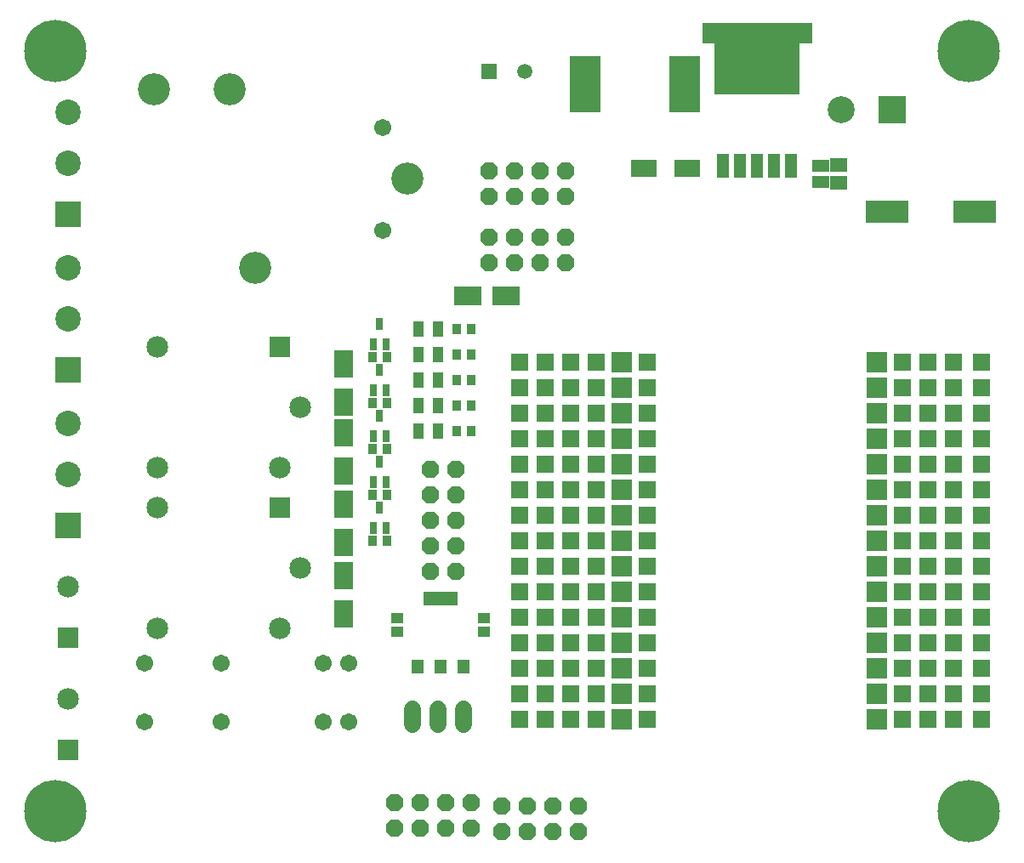
<source format=gbr>
G04 EAGLE Gerber RS-274X export*
G75*
%MOMM*%
%FSLAX34Y34*%
%LPD*%
%INSoldermask Top*%
%IPPOS*%
%AMOC8*
5,1,8,0,0,1.08239X$1,22.5*%
G01*
%ADD10R,2.133600X2.133600*%
%ADD11C,3.203200*%
%ADD12C,1.711200*%
%ADD13R,2.153200X2.153200*%
%ADD14C,2.153200*%
%ADD15R,3.103200X5.603200*%
%ADD16R,1.511200X1.511200*%
%ADD17C,1.511200*%
%ADD18R,2.553200X1.753200*%
%ADD19R,1.673200X1.223200*%
%ADD20R,1.653200X1.353200*%
%ADD21R,4.303200X2.203200*%
%ADD22C,6.203200*%
%ADD23R,1.223200X2.363200*%
%ADD24R,8.533200X7.193200*%
%ADD25R,1.438200X2.113200*%
%ADD26R,0.703200X1.203200*%
%ADD27R,1.103200X1.603200*%
%ADD28R,0.853200X1.103200*%
%ADD29R,1.903200X2.753200*%
%ADD30R,2.753200X1.903200*%
%ADD31P,1.869504X8X292.500000*%
%ADD32R,1.727200X1.727200*%
%ADD33C,1.727200*%
%ADD34P,1.869504X8X22.500000*%
%ADD35R,2.678200X2.678200*%
%ADD36C,2.678200*%
%ADD37R,1.153200X1.453200*%
%ADD38R,3.403200X1.453200*%
%ADD39R,1.193200X0.983200*%
%ADD40R,2.528200X2.528200*%
%ADD41C,2.528200*%


D10*
X858520Y292100D03*
X858520Y317500D03*
X858520Y342900D03*
X858520Y368300D03*
X858520Y393700D03*
X858520Y419100D03*
X858520Y444500D03*
X858520Y469900D03*
X858520Y495300D03*
X858520Y520700D03*
X858520Y546100D03*
X858520Y571500D03*
X858520Y596900D03*
X858520Y622300D03*
X858520Y647700D03*
X604520Y292100D03*
X604520Y317500D03*
X604520Y342900D03*
X604520Y368300D03*
X604520Y393700D03*
X604520Y419100D03*
X604520Y444500D03*
X604520Y469900D03*
X604520Y495300D03*
X604520Y520700D03*
X604520Y546100D03*
X604520Y571500D03*
X604520Y596900D03*
X604520Y622300D03*
X604520Y647700D03*
D11*
X391160Y830480D03*
X239160Y741480D03*
X214160Y919480D03*
X138160Y919480D03*
D12*
X366160Y779480D03*
X366160Y881480D03*
D13*
X264160Y662940D03*
D14*
X142160Y662940D03*
X142160Y542940D03*
X264160Y542940D03*
X284160Y602940D03*
D12*
X129540Y347980D03*
X205740Y347980D03*
X307340Y347980D03*
X332740Y347980D03*
D15*
X567720Y924560D03*
X666720Y924560D03*
D16*
X472440Y937260D03*
D17*
X507440Y937260D03*
D18*
X626200Y840740D03*
X669200Y840740D03*
D19*
X802640Y827560D03*
X802640Y843760D03*
D20*
X820420Y826660D03*
X820420Y844660D03*
D21*
X868360Y797560D03*
X955360Y797560D03*
D22*
X40640Y957580D03*
X949960Y957580D03*
X949960Y200660D03*
X40640Y200660D03*
D23*
X705140Y843130D03*
X722140Y843130D03*
X739140Y843130D03*
X756140Y843130D03*
X773140Y843130D03*
D24*
X739140Y949880D03*
D25*
X786965Y975280D03*
X691315Y975280D03*
D26*
X356720Y619920D03*
X369720Y619920D03*
X363220Y639920D03*
D27*
X401980Y655320D03*
X420980Y655320D03*
D28*
X439790Y655320D03*
X454290Y655320D03*
D29*
X327660Y646380D03*
X327660Y608380D03*
D28*
X355970Y607060D03*
X370470Y607060D03*
D13*
X264160Y502920D03*
D14*
X142160Y502920D03*
X142160Y382920D03*
X264160Y382920D03*
X284160Y442920D03*
D26*
X356720Y574200D03*
X369720Y574200D03*
X363220Y594200D03*
D27*
X401980Y629920D03*
X420980Y629920D03*
D28*
X439790Y629920D03*
X454290Y629920D03*
D29*
X327660Y577800D03*
X327660Y539800D03*
D28*
X355970Y561340D03*
X370470Y561340D03*
D26*
X356720Y665640D03*
X369720Y665640D03*
X363220Y685640D03*
D27*
X401980Y680720D03*
X420980Y680720D03*
D28*
X439790Y680720D03*
X454290Y680720D03*
D30*
X450900Y713740D03*
X488900Y713740D03*
D28*
X355970Y652780D03*
X370470Y652780D03*
D26*
X356720Y528480D03*
X369720Y528480D03*
X363220Y548480D03*
D27*
X401980Y604520D03*
X420980Y604520D03*
D28*
X439790Y604520D03*
X454290Y604520D03*
D29*
X327660Y506680D03*
X327660Y468680D03*
D28*
X355970Y515620D03*
X370470Y515620D03*
D12*
X129540Y289560D03*
X205740Y289560D03*
X307340Y289560D03*
X332740Y289560D03*
D26*
X356720Y482760D03*
X369720Y482760D03*
X363220Y502760D03*
D27*
X401980Y579120D03*
X420980Y579120D03*
D28*
X439790Y579120D03*
X454290Y579120D03*
D29*
X327660Y397560D03*
X327660Y435560D03*
D28*
X355970Y469900D03*
X370470Y469900D03*
D31*
X414020Y541020D03*
X439420Y541020D03*
X414020Y515620D03*
X439420Y515620D03*
X414020Y490220D03*
X439420Y490220D03*
X414020Y464820D03*
X439420Y464820D03*
X414020Y439420D03*
X439420Y439420D03*
D32*
X909320Y292100D03*
X909320Y317500D03*
X909320Y342900D03*
X909320Y368300D03*
X909320Y393700D03*
X909320Y419100D03*
X909320Y444500D03*
X909320Y469900D03*
X909320Y495300D03*
X909320Y520700D03*
X909320Y546100D03*
X909320Y571500D03*
X909320Y596900D03*
X909320Y622300D03*
X909320Y647700D03*
X553720Y292100D03*
X553720Y317500D03*
X553720Y342900D03*
X553720Y368300D03*
X553720Y393700D03*
X553720Y419100D03*
X553720Y444500D03*
X553720Y469900D03*
X553720Y495300D03*
X553720Y520700D03*
X553720Y546100D03*
X553720Y571500D03*
X553720Y596900D03*
X553720Y622300D03*
X553720Y647700D03*
X528320Y647700D03*
X528320Y622300D03*
X528320Y596900D03*
X528320Y571500D03*
X528320Y546100D03*
X528320Y520700D03*
X528320Y495300D03*
X528320Y469900D03*
X528320Y444500D03*
X528320Y419100D03*
X528320Y393700D03*
X528320Y368300D03*
X528320Y342900D03*
X528320Y317500D03*
X528320Y292100D03*
X934720Y292100D03*
X934720Y317500D03*
X934720Y342900D03*
X934720Y368300D03*
X934720Y393700D03*
X934720Y419100D03*
X934720Y444500D03*
X934720Y469900D03*
X934720Y495300D03*
X934720Y520700D03*
X934720Y546100D03*
X934720Y571500D03*
X934720Y596900D03*
X934720Y622300D03*
X934720Y647700D03*
X962660Y647700D03*
X962660Y622300D03*
X962660Y596900D03*
X962660Y571500D03*
X962660Y546100D03*
X962660Y520700D03*
X962660Y495300D03*
X962660Y469900D03*
X962660Y444500D03*
X962660Y419100D03*
X962660Y393700D03*
X962660Y368300D03*
X962660Y342900D03*
X962660Y317500D03*
X962660Y292100D03*
X502920Y647700D03*
X502920Y622300D03*
X502920Y596900D03*
X502920Y571500D03*
X502920Y546100D03*
X502920Y520700D03*
X502920Y495300D03*
X502920Y469900D03*
X502920Y444500D03*
X502920Y419100D03*
X502920Y393700D03*
X502920Y368300D03*
X502920Y342900D03*
X502920Y317500D03*
X502920Y292100D03*
D33*
X447040Y287020D02*
X447040Y302260D01*
X421640Y302260D02*
X421640Y287020D01*
X396240Y287020D02*
X396240Y302260D01*
D34*
X378460Y184150D03*
X378460Y209550D03*
X403860Y184150D03*
X403860Y209550D03*
X429260Y184150D03*
X429260Y209550D03*
X454660Y184150D03*
X454660Y209550D03*
X485140Y180340D03*
X485140Y205740D03*
X510540Y180340D03*
X510540Y205740D03*
X535940Y180340D03*
X535940Y205740D03*
X561340Y180340D03*
X561340Y205740D03*
X472440Y812800D03*
X472440Y838200D03*
X497840Y812800D03*
X497840Y838200D03*
X523240Y812800D03*
X523240Y838200D03*
X548640Y812800D03*
X548640Y838200D03*
D35*
X873760Y899160D03*
D36*
X822960Y899160D03*
D32*
X883920Y292100D03*
X883920Y317500D03*
X883920Y342900D03*
X883920Y368300D03*
X883920Y393700D03*
X883920Y419100D03*
X883920Y444500D03*
X883920Y469900D03*
X883920Y495300D03*
X883920Y520700D03*
X883920Y546100D03*
X883920Y571500D03*
X883920Y596900D03*
X883920Y622300D03*
X883920Y647700D03*
X579120Y292100D03*
X579120Y317500D03*
X579120Y342900D03*
X579120Y368300D03*
X579120Y393700D03*
X579120Y419100D03*
X579120Y444500D03*
X579120Y469900D03*
X579120Y495300D03*
X579120Y520700D03*
X579120Y546100D03*
X579120Y571500D03*
X579120Y596900D03*
X579120Y622300D03*
X579120Y647700D03*
X629920Y292100D03*
X629920Y317500D03*
X629920Y342900D03*
X629920Y368300D03*
X629920Y393700D03*
X629920Y419100D03*
X629920Y444500D03*
X629920Y469900D03*
X629920Y495300D03*
X629920Y520700D03*
X629920Y546100D03*
X629920Y571500D03*
X629920Y596900D03*
X629920Y622300D03*
X629920Y647700D03*
D34*
X472440Y746760D03*
X472440Y772160D03*
X497840Y746760D03*
X497840Y772160D03*
X523240Y746760D03*
X523240Y772160D03*
X548640Y746760D03*
X548640Y772160D03*
D37*
X401180Y344460D03*
X424180Y344460D03*
X447180Y344460D03*
D38*
X424180Y412460D03*
D39*
X467360Y379080D03*
X467360Y393080D03*
X381000Y379080D03*
X381000Y393080D03*
D40*
X53340Y795020D03*
D41*
X53340Y845820D03*
X53340Y896620D03*
D40*
X53340Y640080D03*
D41*
X53340Y690880D03*
X53340Y741680D03*
D40*
X53340Y485140D03*
D41*
X53340Y535940D03*
X53340Y586740D03*
D13*
X53340Y373380D03*
D14*
X53340Y424180D03*
D13*
X53340Y261620D03*
D14*
X53340Y312420D03*
M02*

</source>
